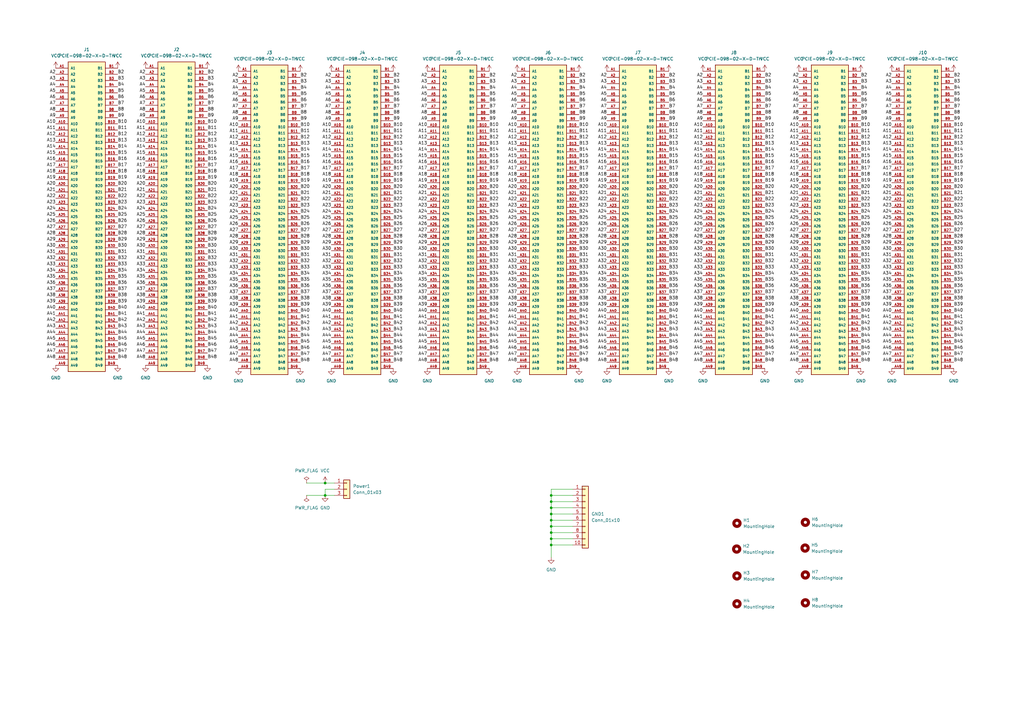
<source format=kicad_sch>
(kicad_sch (version 20230121) (generator eeschema)
  (paper "A3")
  (title_block (title "Manchester Baby Backplane") (rev "1.0"))
  (junction (at 226.06 223.52))
  (junction (at 226.06 213.36))
  (junction (at 226.06 205.74))
  (junction (at 133.35 198.12))
  (junction (at 226.06 203.2))
  (junction (at 226.06 210.82))
  (junction (at 226.06 215.9))
  (junction (at 226.06 218.44))
  (junction (at 133.35 203.2))
  (junction (at 226.06 208.28))
  (junction (at 226.06 220.98))
  (wire (pts (xy 226.06 215.9) (xy 234.95 215.9)))
  (wire (pts (xy 226.06 210.82) (xy 226.06 213.36)))
  (wire (pts (xy 226.06 220.98) (xy 234.95 220.98)))
  (wire (pts (xy 226.06 208.28) (xy 226.06 210.82)))
  (wire (pts (xy 125.73 203.2) (xy 133.35 203.2)))
  (wire (pts (xy 226.06 205.74) (xy 226.06 208.28)))
  (wire (pts (xy 133.35 203.2) (xy 137.16 203.2)))
  (wire (pts (xy 226.06 203.2) (xy 234.95 203.2)))
  (wire (pts (xy 226.06 218.44) (xy 234.95 218.44)))
  (wire (pts (xy 226.06 223.52) (xy 226.06 228.6)))
  (wire (pts (xy 125.73 198.12) (xy 133.35 198.12)))
  (wire (pts (xy 234.95 200.66) (xy 226.06 200.66)))
  (wire (pts (xy 133.35 200.66) (xy 133.35 203.2)))
  (wire (pts (xy 226.06 200.66) (xy 226.06 203.2)))
  (wire (pts (xy 226.06 215.9) (xy 226.06 218.44)))
  (wire (pts (xy 226.06 208.28) (xy 234.95 208.28)))
  (wire (pts (xy 226.06 218.44) (xy 226.06 220.98)))
  (wire (pts (xy 226.06 203.2) (xy 226.06 205.74)))
  (wire (pts (xy 133.35 198.12) (xy 137.16 198.12)))
  (wire (pts (xy 226.06 223.52) (xy 234.95 223.52)))
  (wire (pts (xy 226.06 213.36) (xy 234.95 213.36)))
  (wire (pts (xy 226.06 213.36) (xy 226.06 215.9)))
  (wire (pts (xy 226.06 220.98) (xy 226.06 223.52)))
  (wire (pts (xy 226.06 205.74) (xy 234.95 205.74)))
  (wire (pts (xy 226.06 210.82) (xy 234.95 210.82)))
  (wire (pts (xy 137.16 200.66) (xy 133.35 200.66)))
  (label "B19" (at 123.19 74.93 0))
  (label "A22" (at 288.29 82.55 180))
  (label "A22" (at 212.09 82.55 180))
  (label "A4" (at 135.89 36.83 180))
  (label "A2" (at 288.29 31.75 180))
  (label "A15" (at 59.69 63.5 180))
  (label "A35" (at 365.76 115.57 180))
  (label "A25" (at 365.76 90.17 180))
  (label "B24" (at 85.09 86.36 0))
  (label "B16" (at 85.09 66.04 0))
  (label "A10" (at 175.26 52.07 180))
  (label "B23" (at 123.19 85.09 0))
  (label "A28" (at 22.86 96.52 180))
  (label "B27" (at 200.66 95.25 0))
  (label "B47" (at 353.06 146.05 0))
  (label "A25" (at 327.66 90.17 180))
  (label "B37" (at 161.29 120.65 0))
  (label "B7" (at 353.06 44.45 0))
  (label "A6" (at 212.09 41.91 180))
  (label "B39" (at 313.69 125.73 0))
  (label "B16" (at 48.26 66.04 0))
  (label "B22" (at 237.49 82.55 0))
  (label "B41" (at 313.69 130.81 0))
  (label "A31" (at 288.29 105.41 180))
  (label "B36" (at 123.19 118.11 0))
  (label "B36" (at 85.09 116.84 0))
  (label "B20" (at 161.29 77.47 0))
  (label "A43" (at 212.09 135.89 180))
  (label "B8" (at 313.69 46.99 0))
  (label "A43" (at 22.86 134.62 180))
  (label "B8" (at 200.66 46.99 0))
  (label "B39" (at 274.32 125.73 0))
  (label "B47" (at 391.16 146.05 0))
  (label "B2" (at 161.29 31.75 0))
  (label "A40" (at 135.89 128.27 180))
  (label "B44" (at 313.69 138.43 0))
  (label "B15" (at 123.19 64.77 0))
  (label "B10" (at 274.32 52.07 0))
  (label "B46" (at 48.26 142.24 0))
  (label "A17" (at 135.89 69.85 180))
  (label "B21" (at 353.06 80.01 0))
  (label "B3" (at 123.19 34.29 0))
  (label "A45" (at 288.29 140.97 180))
  (label "A41" (at 59.69 129.54 180))
  (label "A42" (at 97.79 133.35 180))
  (label "B29" (at 391.16 100.33 0))
  (label "A32" (at 248.92 107.95 180))
  (label "A13" (at 22.86 58.42 180))
  (label "A34" (at 59.69 111.76 180))
  (label "B29" (at 123.19 100.33 0))
  (label "B35" (at 391.16 115.57 0))
  (label "A44" (at 212.09 138.43 180))
  (label "A6" (at 327.66 41.91 180))
  (label "B47" (at 274.32 146.05 0))
  (label "A29" (at 59.69 99.06 180))
  (label "B45" (at 123.19 140.97 0))
  (label "A29" (at 288.29 100.33 180))
  (label "B23" (at 200.66 85.09 0))
  (label "B14" (at 200.66 62.23 0))
  (label "B27" (at 85.09 93.98 0))
  (label "B7" (at 274.32 44.45 0))
  (label "B36" (at 200.66 118.11 0))
  (label "B36" (at 237.49 118.11 0))
  (label "A46" (at 365.76 143.51 180))
  (label "A47" (at 248.92 146.05 180))
  (label "B31" (at 353.06 105.41 0))
  (label "B32" (at 161.29 107.95 0))
  (label "A14" (at 59.69 60.96 180))
  (label "A24" (at 327.66 87.63 180))
  (label "B15" (at 274.32 64.77 0))
  (label "B35" (at 237.49 115.57 0))
  (label "A15" (at 248.92 64.77 180))
  (label "B9" (at 200.66 49.53 0))
  (label "A19" (at 22.86 73.66 180))
  (label "B28" (at 313.69 97.79 0))
  (label "B6" (at 274.32 41.91 0))
  (label "B11" (at 200.66 54.61 0))
  (label "A38" (at 97.79 123.19 180))
  (label "B26" (at 200.66 92.71 0))
  (label "A23" (at 288.29 85.09 180))
  (label "A23" (at 22.86 83.82 180))
  (label "A21" (at 288.29 80.01 180))
  (label "A15" (at 22.86 63.5 180))
  (label "A48" (at 97.79 148.59 180))
  (label "B7" (at 48.26 43.18 0))
  (label "A30" (at 327.66 102.87 180))
  (label "A23" (at 365.76 85.09 180))
  (label "B31" (at 85.09 104.14 0))
  (label "A29" (at 327.66 100.33 180))
  (label "B48" (at 200.66 148.59 0))
  (label "A36" (at 327.66 118.11 180))
  (label "B41" (at 85.09 129.54 0))
  (label "A20" (at 248.92 77.47 180))
  (label "B17" (at 274.32 69.85 0))
  (label "A6" (at 22.86 40.64 180))
  (label "A17" (at 327.66 69.85 180))
  (label "B8" (at 391.16 46.99 0))
  (label "A25" (at 22.86 88.9 180))
  (label "A12" (at 135.89 57.15 180))
  (label "A15" (at 175.26 64.77 180))
  (label "A44" (at 175.26 138.43 180))
  (label "A4" (at 59.69 35.56 180))
  (label "A14" (at 135.89 62.23 180))
  (label "A35" (at 212.09 115.57 180))
  (label "B44" (at 237.49 138.43 0))
  (label "B42" (at 391.16 133.35 0))
  (label "B25" (at 85.09 88.9 0))
  (label "A12" (at 288.29 57.15 180))
  (label "B2" (at 123.19 31.75 0))
  (label "A36" (at 22.86 116.84 180))
  (label "A47" (at 175.26 146.05 180))
  (label "B25" (at 391.16 90.17 0))
  (label "B6" (at 353.06 41.91 0))
  (label "B22" (at 274.32 82.55 0))
  (label "A13" (at 59.69 58.42 180))
  (label "B12" (at 274.32 57.15 0))
  (label "B42" (at 48.26 132.08 0))
  (label "B2" (at 313.69 31.75 0))
  (label "B44" (at 161.29 138.43 0))
  (label "A31" (at 175.26 105.41 180))
  (label "A13" (at 365.76 59.69 180))
  (label "B12" (at 48.26 55.88 0))
  (label "A3" (at 97.79 34.29 180))
  (label "A16" (at 365.76 67.31 180))
  (label "A30" (at 212.09 102.87 180))
  (label "B41" (at 353.06 130.81 0))
  (label "A13" (at 97.79 59.69 180))
  (label "A32" (at 288.29 107.95 180))
  (label "B28" (at 274.32 97.79 0))
  (label "B20" (at 313.69 77.47 0))
  (label "A48" (at 365.76 148.59 180))
  (label "A7" (at 135.89 44.45 180))
  (label "A40" (at 22.86 127 180))
  (label "A7" (at 97.79 44.45 180))
  (label "B9" (at 237.49 49.53 0))
  (label "B4" (at 161.29 36.83 0))
  (label "B21" (at 391.16 80.01 0))
  (label "A9" (at 248.92 49.53 180))
  (label "B36" (at 161.29 118.11 0))
  (label "A37" (at 248.92 120.65 180))
  (label "B4" (at 353.06 36.83 0))
  (label "A17" (at 59.69 68.58 180))
  (label "A47" (at 97.79 146.05 180))
  (label "B28" (at 391.16 97.79 0))
  (label "A10" (at 212.09 52.07 180))
  (label "B32" (at 123.19 107.95 0))
  (label "B4" (at 274.32 36.83 0))
  (label "B30" (at 48.26 101.6 0))
  (label "A45" (at 22.86 139.7 180))
  (label "A16" (at 59.69 66.04 180))
  (label "A27" (at 248.92 95.25 180))
  (label "A3" (at 135.89 34.29 180))
  (label "B14" (at 48.26 60.96 0))
  (label "B2" (at 48.26 30.48 0))
  (label "B26" (at 48.26 91.44 0))
  (label "A22" (at 365.76 82.55 180))
  (label "A43" (at 365.76 135.89 180))
  (label "A40" (at 175.26 128.27 180))
  (label "B14" (at 274.32 62.23 0))
  (label "B29" (at 85.09 99.06 0))
  (label "B18" (at 391.16 72.39 0))
  (label "B5" (at 313.69 39.37 0))
  (label "B13" (at 85.09 58.42 0))
  (label "B16" (at 274.32 67.31 0))
  (label "A6" (at 365.76 41.91 180))
  (label "A14" (at 97.79 62.23 180))
  (label "B31" (at 123.19 105.41 0))
  (label "B6" (at 161.29 41.91 0))
  (label "A11" (at 212.09 54.61 180))
  (label "A27" (at 97.79 95.25 180))
  (label "B39" (at 237.49 125.73 0))
  (label "A36" (at 97.79 118.11 180))
  (label "A18" (at 97.79 72.39 180))
  (label "B3" (at 237.49 34.29 0))
  (label "A26" (at 212.09 92.71 180))
  (label "A35" (at 327.66 115.57 180))
  (label "B21" (at 237.49 80.01 0))
  (label "A32" (at 175.26 107.95 180))
  (label "A19" (at 135.89 74.93 180))
  (label "A33" (at 59.69 109.22 180))
  (label "A25" (at 212.09 90.17 180))
  (label "A5" (at 327.66 39.37 180))
  (label "A35" (at 248.92 115.57 180))
  (label "B32" (at 48.26 106.68 0))
  (label "B33" (at 85.09 109.22 0))
  (label "B37" (at 237.49 120.65 0))
  (label "B45" (at 353.06 140.97 0))
  (label "B27" (at 48.26 93.98 0))
  (label "A15" (at 327.66 64.77 180))
  (label "A43" (at 288.29 135.89 180))
  (label "B36" (at 313.69 118.11 0))
  (label "A41" (at 22.86 129.54 180))
  (label "B15" (at 161.29 64.77 0))
  (label "B29" (at 200.66 100.33 0))
  (label "B8" (at 161.29 46.99 0))
  (label "A44" (at 288.29 138.43 180))
  (label "A25" (at 175.26 90.17 180))
  (label "A2" (at 22.86 30.48 180))
  (label "A34" (at 288.29 113.03 180))
  (label "B38" (at 200.66 123.19 0))
  (label "B46" (at 274.32 143.51 0))
  (label "A32" (at 327.66 107.95 180))
  (label "A9" (at 365.76 49.53 180))
  (label "B30" (at 85.09 101.6 0))
  (label "B21" (at 48.26 78.74 0))
  (label "A23" (at 175.26 85.09 180))
  (label "A36" (at 212.09 118.11 180))
  (label "A2" (at 175.26 31.75 180))
  (label "A19" (at 248.92 74.93 180))
  (label "A20" (at 288.29 77.47 180))
  (label "A11" (at 135.89 54.61 180))
  (label "A31" (at 59.69 104.14 180))
  (label "A48" (at 175.26 148.59 180))
  (label "B29" (at 274.32 100.33 0))
  (label "A34" (at 327.66 113.03 180))
  (label "B33" (at 274.32 110.49 0))
  (label "B8" (at 123.19 46.99 0))
  (label "B43" (at 391.16 135.89 0))
  (label "B17" (at 200.66 69.85 0))
  (label "B26" (at 123.19 92.71 0))
  (label "B29" (at 161.29 100.33 0))
  (label "A7" (at 212.09 44.45 180))
  (label "B6" (at 48.26 40.64 0))
  (label "A11" (at 22.86 53.34 180))
  (label "B10" (at 161.29 52.07 0))
  (label "B24" (at 237.49 87.63 0))
  (label "A24" (at 22.86 86.36 180))
  (label "B10" (at 200.66 52.07 0))
  (label "A28" (at 175.26 97.79 180))
  (label "B15" (at 313.69 64.77 0))
  (label "B47" (at 85.09 144.78 0))
  (label "A37" (at 59.69 119.38 180))
  (label "A27" (at 135.89 95.25 180))
  (label "B23" (at 237.49 85.09 0))
  (label "B30" (at 274.32 102.87 0))
  (label "A21" (at 135.89 80.01 180))
  (label "B38" (at 48.26 121.92 0))
  (label "B9" (at 391.16 49.53 0))
  (label "A35" (at 288.29 115.57 180))
  (label "B33" (at 48.26 109.22 0))
  (label "A2" (at 59.69 30.48 180))
  (label "A34" (at 365.76 113.03 180))
  (label "A8" (at 22.86 45.72 180))
  (label "B4" (at 200.66 36.83 0))
  (label "B25" (at 353.06 90.17 0))
  (label "B45" (at 237.49 140.97 0))
  (label "A26" (at 365.76 92.71 180))
  (label "B35" (at 48.26 114.3 0))
  (label "A37" (at 288.29 120.65 180))
  (label "B16" (at 123.19 67.31 0))
  (label "B48" (at 161.29 148.59 0))
  (label "A10" (at 97.79 52.07 180))
  (label "B20" (at 391.16 77.47 0))
  (label "A3" (at 248.92 34.29 180))
  (label "B19" (at 353.06 74.93 0))
  (label "A21" (at 327.66 80.01 180))
  (label "A5" (at 135.89 39.37 180))
  (label "A29" (at 97.79 100.33 180))
  (label "A41" (at 248.92 130.81 180))
  (label "B23" (at 274.32 85.09 0))
  (label "B22" (at 391.16 82.55 0))
  (label "A46" (at 175.26 143.51 180))
  (label "B5" (at 391.16 39.37 0))
  (label "A10" (at 135.89 52.07 180))
  (label "A44" (at 248.92 138.43 180))
  (label "A25" (at 135.89 90.17 180))
  (label "B9" (at 48.26 48.26 0))
  (label "A4" (at 175.26 36.83 180))
  (label "A7" (at 59.69 43.18 180))
  (label "B30" (at 237.49 102.87 0))
  (label "A33" (at 97.79 110.49 180))
  (label "B42" (at 85.09 132.08 0))
  (label "A13" (at 327.66 59.69 180))
  (label "B34" (at 161.29 113.03 0))
  (label "B36" (at 274.32 118.11 0))
  (label "A17" (at 288.29 69.85 180))
  (label "B39" (at 161.29 125.73 0))
  (label "A8" (at 212.09 46.99 180))
  (label "B7" (at 161.29 44.45 0))
  (label "B43" (at 237.49 135.89 0))
  (label "B34" (at 237.49 113.03 0))
  (label "A32" (at 59.69 106.68 180))
  (label "B47" (at 161.29 146.05 0))
  (label "A29" (at 212.09 100.33 180))
  (label "B31" (at 274.32 105.41 0))
  (label "A5" (at 22.86 38.1 180))
  (label "B33" (at 313.69 110.49 0))
  (label "A11" (at 59.69 53.34 180))
  (label "A14" (at 365.76 62.23 180))
  (label "A15" (at 135.89 64.77 180))
  (label "A17" (at 97.79 69.85 180))
  (label "B25" (at 123.19 90.17 0))
  (label "B47" (at 313.69 146.05 0))
  (label "B37" (at 48.26 119.38 0))
  (label "A16" (at 327.66 67.31 180))
  (label "A42" (at 327.66 133.35 180))
  (label "B18" (at 353.06 72.39 0))
  (label "A3" (at 175.26 34.29 180))
  (label "B33" (at 123.19 110.49 0))
  (label "B3" (at 48.26 33.02 0))
  (label "B6" (at 85.09 40.64 0))
  (label "B40" (at 200.66 128.27 0))
  (label "B12" (at 161.29 57.15 0))
  (label "A4" (at 22.86 35.56 180))
  (label "A11" (at 288.29 54.61 180))
  (label "A48" (at 22.86 147.32 180))
  (label "B5" (at 85.09 38.1 0))
  (label "B3" (at 161.29 34.29 0))
  (label "B19" (at 391.16 74.93 0))
  (label "B46" (at 200.66 143.51 0))
  (label "A33" (at 135.89 110.49 180))
  (label "A2" (at 97.79 31.75 180))
  (label "A38" (at 175.26 123.19 180))
  (label "A45" (at 212.09 140.97 180))
  (label "A10" (at 59.69 50.8 180))
  (label "B27" (at 161.29 95.25 0))
  (label "B42" (at 353.06 133.35 0))
  (label "B6" (at 313.69 41.91 0))
  (label "A12" (at 22.86 55.88 180))
  (label "B44" (at 353.06 138.43 0))
  (label "A44" (at 327.66 138.43 180))
  (label "A9" (at 59.69 48.26 180))
  (label "A43" (at 175.26 135.89 180))
  (label "B11" (at 237.49 54.61 0))
  (label "A44" (at 135.89 138.43 180))
  (label "A31" (at 327.66 105.41 180))
  (label "A39" (at 212.09 125.73 180))
  (label "B41" (at 200.66 130.81 0))
  (label "A38" (at 365.76 123.19 180))
  (label "A47" (at 212.09 146.05 180))
  (label "B11" (at 353.06 54.61 0))
  (label "B26" (at 85.09 91.44 0))
  (label "B37" (at 274.32 120.65 0))
  (label "B25" (at 313.69 90.17 0))
  (label "B32" (at 391.16 107.95 0))
  (label "A17" (at 22.86 68.58 180))
  (label "A33" (at 288.29 110.49 180))
  (label "A17" (at 175.26 69.85 180))
  (label "B40" (at 353.06 128.27 0))
  (label "B26" (at 274.32 92.71 0))
  (label "A41" (at 175.26 130.81 180))
  (label "B43" (at 123.19 135.89 0))
  (label "A7" (at 22.86 43.18 180))
  (label "A33" (at 175.26 110.49 180))
  (label "A21" (at 248.92 80.01 180))
  (label "A37" (at 327.66 120.65 180))
  (label "B10" (at 391.16 52.07 0))
  (label "A39" (at 59.69 124.46 180))
  (label "A19" (at 59.69 73.66 180))
  (label "B39" (at 353.06 125.73 0))
  (label "A4" (at 212.09 36.83 180))
  (label "A46" (at 288.29 143.51 180))
  (label "B22" (at 161.29 82.55 0))
  (label "A16" (at 248.92 67.31 180))
  (label "B23" (at 161.29 85.09 0))
  (label "B30" (at 161.29 102.87 0))
  (label "A7" (at 288.29 44.45 180))
  (label "B40" (at 48.26 127 0))
  (label "A28" (at 248.92 97.79 180))
  (label "A43" (at 59.69 134.62 180))
  (label "B19" (at 274.32 74.93 0))
  (label "A21" (at 97.79 80.01 180))
  (label "B14" (at 123.19 62.23 0))
  (label "A41" (at 135.89 130.81 180))
  (label "B11" (at 48.26 53.34 0))
  (label "A19" (at 175.26 74.93 180))
  (label "A14" (at 212.09 62.23 180))
  (label "A33" (at 248.92 110.49 180))
  (label "A39" (at 365.76 125.73 180))
  (label "A24" (at 59.69 86.36 180))
  (label "A8" (at 135.89 46.99 180))
  (label "B45" (at 391.16 140.97 0))
  (label "A37" (at 212.09 120.65 180))
  (label "B32" (at 274.32 107.95 0))
  (label "B42" (at 123.19 133.35 0))
  (label "A2" (at 212.09 31.75 180))
  (label "A42" (at 365.76 133.35 180))
  (label "A15" (at 212.09 64.77 180))
  (label "A9" (at 22.86 48.26 180))
  (label "A8" (at 59.69 45.72 180))
  (label "A9" (at 175.26 49.53 180))
  (label "A24" (at 97.79 87.63 180))
  (label "A46" (at 212.09 143.51 180))
  (label "A22" (at 135.89 82.55 180))
  (label "A27" (at 288.29 95.25 180))
  (label "A21" (at 212.09 80.01 180))
  (label "A5" (at 288.29 39.37 180))
  (label "B46" (at 123.19 143.51 0))
  (label "B38" (at 123.19 123.19 0))
  (label "B9" (at 274.32 49.53 0))
  (label "B33" (at 200.66 110.49 0))
  (label "B30" (at 353.06 102.87 0))
  (label "B26" (at 353.06 92.71 0))
  (label "A40" (at 365.76 128.27 180))
  (label "B29" (at 48.26 99.06 0))
  (label "A17" (at 212.09 69.85 180))
  (label "B2" (at 274.32 31.75 0))
  (label "A7" (at 327.66 44.45 180))
  (label "A42" (at 59.69 132.08 180))
  (label "A5" (at 365.76 39.37 180))
  (label "B8" (at 274.32 46.99 0))
  (label "A42" (at 248.92 133.35 180))
  (label "B10" (at 353.06 52.07 0))
  (label "A36" (at 288.29 118.11 180))
  (label "B4" (at 391.16 36.83 0))
  (label "B14" (at 85.09 60.96 0))
  (label "A40" (at 97.79 128.27 180))
  (label "B46" (at 313.69 143.51 0))
  (label "B35" (at 313.69 115.57 0))
  (label "A45" (at 365.76 140.97 180))
  (label "A45" (at 97.79 140.97 180))
  (label "A48" (at 59.69 147.32 180))
  (label "B22" (at 48.26 81.28 0))
  (label "A27" (at 365.76 95.25 180))
  (label "A41" (at 365.76 130.81 180))
  (label "B10" (at 85.09 50.8 0))
  (label "B38" (at 391.16 123.19 0))
  (label "B48" (at 48.26 147.32 0))
  (label "A30" (at 135.89 102.87 180))
  (label "B19" (at 85.09 73.66 0))
  (label "A35" (at 97.79 115.57 180))
  (label "B35" (at 200.66 115.57 0))
  (label "A5" (at 97.79 39.37 180))
  (label "A46" (at 59.69 142.24 180))
  (label "B6" (at 123.19 41.91 0))
  (label "B46" (at 237.49 143.51 0))
  (label "B44" (at 200.66 138.43 0))
  (label "B24" (at 274.32 87.63 0))
  (label "B36" (at 353.06 118.11 0))
  (label "A10" (at 22.86 50.8 180))
  (label "B32" (at 85.09 106.68 0))
  (label "A20" (at 212.09 77.47 180))
  (label "A47" (at 135.89 146.05 180))
  (label "A27" (at 175.26 95.25 180))
  (label "A12" (at 59.69 55.88 180))
  (label "A22" (at 327.66 82.55 180))
  (label "A9" (at 288.29 49.53 180))
  (label "B24" (at 48.26 86.36 0))
  (label "B14" (at 161.29 62.23 0))
  (label "B4" (at 313.69 36.83 0))
  (label "B8" (at 237.49 46.99 0))
  (label "B22" (at 123.19 82.55 0))
  (label "A37" (at 135.89 120.65 180))
  (label "B35" (at 274.32 115.57 0))
  (label "B38" (at 353.06 123.19 0))
  (label "B18" (at 237.49 72.39 0))
  (label "B23" (at 48.26 83.82 0))
  (label "B20" (at 85.09 76.2 0))
  (label "A19" (at 327.66 74.93 180))
  (label "B24" (at 161.29 87.63 0))
  (label "A11" (at 97.79 54.61 180))
  (label "B38" (at 85.09 121.92 0))
  (label "B36" (at 48.26 116.84 0))
  (label "A19" (at 288.29 74.93 180))
  (label "B13" (at 391.16 59.69 0))
  (label "B42" (at 313.69 133.35 0))
  (label "B12" (at 85.09 55.88 0))
  (label "A3" (at 212.09 34.29 180))
  (label "A32" (at 97.79 107.95 180))
  (label "A43" (at 248.92 135.89 180))
  (label "B38" (at 313.69 123.19 0))
  (label "B44" (at 123.19 138.43 0))
  (label "B34" (at 85.09 111.76 0))
  (label "A5" (at 175.26 39.37 180))
  (label "A45" (at 175.26 140.97 180))
  (label "A41" (at 327.66 130.81 180))
  (label "A24" (at 288.29 87.63 180))
  (label "B43" (at 313.69 135.89 0))
  (label "B16" (at 200.66 67.31 0))
  (label "B16" (at 353.06 67.31 0))
  (label "A28" (at 135.89 97.79 180))
  (label "B17" (at 85.09 68.58 0))
  (label "B32" (at 353.06 107.95 0))
  (label "A27" (at 212.09 95.25 180))
  (label "B42" (at 161.29 133.35 0))
  (label "B20" (at 353.06 77.47 0))
  (label "A31" (at 135.89 105.41 180))
  (label "A35" (at 59.69 114.3 180))
  (label "A18" (at 327.66 72.39 180))
  (label "B8" (at 353.06 46.99 0))
  (label "A46" (at 97.79 143.51 180))
  (label "B14" (at 391.16 62.23 0))
  (label "A33" (at 212.09 110.49 180))
  (label "A44" (at 59.69 137.16 180))
  (label "B28" (at 85.09 96.52 0))
  (label "B46" (at 85.09 142.24 0))
  (label "B30" (at 391.16 102.87 0))
  (label "B4" (at 123.19 36.83 0))
  (label "B11" (at 313.69 54.61 0))
  (label "A2" (at 248.92 31.75 180))
  (label "B4" (at 85.09 35.56 0))
  (label "A25" (at 248.92 90.17 180))
  (label "B33" (at 391.16 110.49 0))
  (label "B15" (at 353.06 64.77 0))
  (label "B27" (at 274.32 95.25 0))
  (label "B25" (at 161.29 90.17 0))
  (label "A24" (at 175.26 87.63 180))
  (label "A46" (at 327.66 143.51 180))
  (label "A30" (at 248.92 102.87 180))
  (label "A8" (at 97.79 46.99 180))
  (label "B26" (at 237.49 92.71 0))
  (label "B30" (at 123.19 102.87 0))
  (label "A15" (at 288.29 64.77 180))
  (label "A18" (at 175.26 72.39 180))
  (label "B18" (at 200.66 72.39 0))
  (label "B3" (at 313.69 34.29 0))
  (label "A41" (at 97.79 130.81 180))
  (label "B45" (at 48.26 139.7 0))
  (label "B21" (at 123.19 80.01 0))
  (label "B17" (at 353.06 69.85 0))
  (label "B7" (at 85.09 43.18 0))
  (label "B24" (at 391.16 87.63 0))
  (label "A32" (at 22.86 106.68 180))
  (label "B5" (at 200.66 39.37 0))
  (label "A29" (at 365.76 100.33 180))
  (label "B47" (at 123.19 146.05 0))
  (label "A18" (at 212.09 72.39 180))
  (label "B43" (at 274.32 135.89 0))
  (label "B47" (at 237.49 146.05 0))
  (label "B7" (at 200.66 44.45 0))
  (label "A13" (at 212.09 59.69 180))
  (label "B13" (at 353.06 59.69 0))
  (label "B37" (at 123.19 120.65 0))
  (label "B41" (at 237.49 130.81 0))
  (label "A46" (at 248.92 143.51 180))
  (label "A39" (at 248.92 125.73 180))
  (label "B13" (at 161.29 59.69 0))
  (label "B37" (at 391.16 120.65 0))
  (label "B34" (at 313.69 113.03 0))
  (label "A43" (at 97.79 135.89 180))
  (label "B18" (at 274.32 72.39 0))
  (label "B29" (at 353.06 100.33 0))
  (label "A47" (at 365.76 146.05 180))
  (label "A23" (at 212.09 85.09 180))
  (label "B41" (at 123.19 130.81 0))
  (label "A35" (at 135.89 115.57 180))
  (label "B5" (at 237.49 39.37 0))
  (label "A4" (at 288.29 36.83 180))
  (label "A30" (at 22.86 101.6 180))
  (label "B25" (at 200.66 90.17 0))
  (label "B34" (at 200.66 113.03 0))
  (label "B18" (at 85.09 71.12 0))
  (label "B12" (at 353.06 57.15 0))
  (label "A22" (at 175.26 82.55 180))
  (label "B35" (at 85.09 114.3 0))
  (label "B5" (at 48.26 38.1 0))
  (label "B19" (at 237.49 74.93 0))
  (label "A22" (at 59.69 81.28 180))
  (label "A4" (at 365.76 36.83 180))
  (label "A18" (at 22.86 71.12 180))
  (label "A18" (at 288.29 72.39 180))
  (label "B29" (at 237.49 100.33 0))
  (label "B27" (at 313.69 95.25 0))
  (label "A47" (at 22.86 144.78 180))
  (label "A37" (at 175.26 120.65 180))
  (label "A9" (at 97.79 49.53 180))
  (label "B2" (at 85.09 30.48 0))
  (label "A28" (at 212.09 97.79 180))
  (label "B12" (at 200.66 57.15 0))
  (label "A20" (at 327.66 77.47 180))
  (label "B48" (at 85.09 147.32 0))
  (label "B48" (at 391.16 148.59 0))
  (label "B20" (at 237.49 77.47 0))
  (label "B17" (at 123.19 69.85 0))
  (label "B48" (at 237.49 148.59 0))
  (label "B30" (at 200.66 102.87 0))
  (label "B41" (at 161.29 130.81 0))
  (label "B27" (at 123.19 95.25 0))
  (label "B39" (at 48.26 124.46 0))
  (label "B2" (at 391.16 31.75 0))
  (label "A20" (at 135.89 77.47 180))
  (label "B20" (at 123.19 77.47 0))
  (label "B19" (at 313.69 74.93 0))
  (label "A38" (at 22.86 121.92 180))
  (label "B25" (at 237.49 90.17 0))
  (label "B13" (at 48.26 58.42 0))
  (label "A36" (at 59.69 116.84 180))
  (label "A16" (at 175.26 67.31 180))
  (label "A24" (at 135.89 87.63 180))
  (label "A22" (at 97.79 82.55 180))
  (label "A34" (at 212.09 113.03 180))
  (label "B35" (at 353.06 115.57 0))
  (label "B42" (at 274.32 133.35 0))
  (label "B31" (at 161.29 105.41 0))
  (label "A18" (at 248.92 72.39 180))
  (label "B34" (at 391.16 113.03 0))
  (label "B11" (at 85.09 53.34 0))
  (label "A2" (at 327.66 31.75 180))
  (label "B45" (at 161.29 140.97 0))
  (label "B46" (at 161.29 143.51 0))
  (label "B9" (at 161.29 49.53 0))
  (label "A46" (at 135.89 143.51 180))
  (label "A20" (at 175.26 77.47 180))
  (label "B12" (at 391.16 57.15 0))
  (label "A14" (at 22.86 60.96 180))
  (label "A40" (at 327.66 128.27 180))
  (label "B25" (at 48.26 88.9 0))
  (label "A26" (at 288.29 92.71 180))
  (label "A6" (at 135.89 41.91 180))
  (label "B33" (at 353.06 110.49 0))
  (label "B32" (at 237.49 107.95 0))
  (label "A39" (at 22.86 124.46 180))
  (label "B9" (at 85.09 48.26 0))
  (label "B10" (at 237.49 52.07 0))
  (label "B42" (at 237.49 133.35 0))
  (label "A33" (at 327.66 110.49 180))
  (label "B15" (at 200.66 64.77 0))
  (label "B21" (at 85.09 78.74 0))
  (label "A19" (at 97.79 74.93 180))
  (label "B18" (at 123.19 72.39 0))
  (label "A36" (at 248.92 118.11 180))
  (label "A12" (at 365.76 57.15 180))
  (label "A47" (at 327.66 146.05 180))
  (label "B40" (at 391.16 128.27 0))
  (label "A36" (at 365.76 118.11 180))
  (label "B7" (at 313.69 44.45 0))
  (label "A14" (at 175.26 62.23 180))
  (label "B26" (at 313.69 92.71 0))
  (label "A13" (at 135.89 59.69 180))
  (label "A25" (at 59.69 88.9 180))
  (label "A34" (at 248.92 113.03 180))
  (label "A5" (at 248.92 39.37 180))
  (label "A34" (at 22.86 111.76 180))
  (label "A31" (at 248.92 105.41 180))
  (label "A36" (at 175.26 118.11 180))
  (label "B31" (at 313.69 105.41 0))
  (label "A28" (at 288.29 97.79 180))
  (label "A7" (at 175.26 44.45 180))
  (label "B7" (at 391.16 44.45 0))
  (label "A8" (at 327.66 46.99 180))
  (label "B38" (at 237.49 123.19 0))
  (label "A26" (at 135.89 92.71 180))
  (label "B23" (at 85.09 83.82 0))
  (label "B18" (at 161.29 72.39 0))
  (label "A22" (at 248.92 82.55 180))
  (label "A6" (at 59.69 40.64 180))
  (label "B7" (at 237.49 44.45 0))
  (label "B23" (at 313.69 85.09 0))
  (label "A34" (at 135.89 113.03 180))
  (label "B12" (at 123.19 57.15 0))
  (label "A42" (at 288.29 133.35 180))
  (label "A30" (at 288.29 102.87 180))
  (label "B28" (at 161.29 97.79 0))
  (label "A7" (at 248.92 44.45 180))
  (label "A4" (at 97.79 36.83 180))
  (label "A20" (at 97.79 77.47 180))
  (label "A16" (at 212.09 67.31 180))
  (label "A39" (at 288.29 125.73 180))
  (label "A28" (at 97.79 97.79 180))
  (label "B43" (at 353.06 135.89 0))
  (label "A44" (at 22.86 137.16 180))
  (label "B3" (at 85.09 33.02 0))
  (label "A48" (at 135.89 148.59 180))
  (label "B12" (at 313.69 57.15 0))
  (label "B48" (at 353.06 148.59 0))
  (label "B45" (at 313.69 140.97 0))
  (label "A38" (at 212.09 123.19 180))
  (label "A31" (at 22.86 104.14 180))
  (label "B42" (at 200.66 133.35 0))
  (label "A6" (at 288.29 41.91 180))
  (label "A15" (at 365.76 64.77 180))
  (label "A3" (at 59.69 33.02 180))
  (label "A17" (at 365.76 69.85 180))
  (label "A29" (at 175.26 100.33 180))
  (label "B11" (at 391.16 54.61 0))
  (label "B14" (at 313.69 62.23 0))
  (label "B27" (at 353.06 95.25 0))
  (label "B28" (at 123.19 97.79 0))
  (label "A11" (at 327.66 54.61 180))
  (label "A32" (at 212.09 107.95 180))
  (label "B15" (at 48.26 63.5 0))
  (label "B20" (at 48.26 76.2 0))
  (label "A38" (at 288.29 123.19 180))
  (label "A33" (at 22.86 109.22 180))
  (label "B25" (at 274.32 90.17 0))
  (label "B9" (at 313.69 49.53 0))
  (label "B11" (at 161.29 54.61 0))
  (label "A31" (at 97.79 105.41 180))
  (label "B16" (at 313.69 67.31 0))
  (label "B10" (at 48.26 50.8 0))
  (label "A3" (at 327.66 34.29 180))
  (label "B22" (at 85.09 81.28 0))
  (label "A37" (at 365.76 120.65 180))
  (label "A2" (at 135.89 31.75 180))
  (label "B48" (at 123.19 148.59 0))
  (label "B3" (at 391.16 34.29 0))
  (label "A18" (at 135.89 72.39 180))
  (label "B47" (at 200.66 146.05 0))
  (label "A33" (at 365.76 110.49 180))
  (label "A26" (at 22.86 91.44 180))
  (label "A13" (at 175.26 59.69 180))
  (label "B40" (at 161.29 128.27 0))
  (label "A21" (at 59.69 78.74 180))
  (label "A47" (at 59.69 144.78 180))
  (label "B6" (at 200.66 41.91 0))
  (label "A14" (at 288.29 62.23 180))
  (label "B26" (at 391.16 92.71 0))
  (label "B40" (at 123.19 128.27 0))
  (label "A21" (at 175.26 80.01 180))
  (label "B41" (at 391.16 130.81 0))
  (label "B5" (at 161.29 39.37 0))
  (label "A20" (at 59.69 76.2 180))
  (label "B46" (at 353.06 143.51 0))
  (label "B21" (at 161.29 80.01 0))
  (label "A45" (at 59.69 139.7 180))
  (label "B6" (at 391.16 41.91 0))
  (label "A16" (at 135.89 67.31 180))
  (label "A25" (at 97.79 90.17 180))
  (label "A24" (at 212.09 87.63 180))
  (label "A41" (at 212.09 130.81 180))
  (label "B44" (at 274.32 138.43 0))
  (label "B24" (at 353.06 87.63 0))
  (label "B27" (at 391.16 95.25 0))
  (label "B41" (at 274.32 130.81 0))
  (label "B39" (at 200.66 125.73 0))
  (label "B24" (at 313.69 87.63 0))
  (label "A16" (at 288.29 67.31 180))
  (label "B9" (at 353.06 49.53 0))
  (label "B48" (at 313.69 148.59 0))
  (label "A24" (at 248.92 87.63 180))
  (label "B21" (at 313.69 80.01 0))
  (label "B17" (at 237.49 69.85 0))
  (label "B5" (at 123.19 39.37 0))
  (label "B7" (at 123.19 44.45 0))
  (label "B32" (at 200.66 107.95 0))
  (label "B48" (at 274.32 148.59 0))
  (label "A5" (at 212.09 39.37 180))
  (label "B24" (at 200.66 87.63 0))
  (label "A27" (at 59.69 93.98 180))
  (label "A27" (at 327.66 95.25 180))
  (label "A4" (at 248.92 36.83 180))
  (label "B22" (at 313.69 82.55 0))
  (label "B14" (at 353.06 62.23 0))
  (label "A10" (at 248.92 52.07 180))
  (label "B44" (at 48.26 137.16 0))
  (label "B19" (at 161.29 74.93 0))
  (label "B10" (at 313.69 52.07 0))
  (label "A26" (at 175.26 92.71 180))
  (label "A46" (at 22.86 142.24 180))
  (label "B23" (at 353.06 85.09 0))
  (label "A7" (at 365.76 44.45 180))
  (label "A37" (at 22.86 119.38 180))
  (label "A28" (at 365.76 97.79 180))
  (label "A6" (at 175.26 41.91 180))
  (label "B16" (at 237.49 67.31 0))
  (label "B13" (at 274.32 59.69 0))
  (label "A36" (at 135.89 118.11 180))
  (label "A40" (at 288.29 128.27 180))
  (label "A38" (at 135.89 123.19 180))
  (label "B43" (at 85.09 134.62 0))
  (label "A10" (at 288.29 52.07 180))
  (label "A44" (at 97.79 138.43 180))
  (label "A8" (at 365.76 46.99 180))
  (label "A38" (at 327.66 123.19 180))
  (label "B2" (at 237.49 31.75 0))
  (label "B34" (at 274.32 113.03 0))
  (label "A23" (at 248.92 85.09 180))
  (label "A21" (at 22.86 78.74 180))
  (label "B17" (at 161.29 69.85 0))
  (label "A10" (at 365.76 52.07 180))
  (label "A8" (at 248.92 46.99 180))
  (label "B18" (at 48.26 71.12 0))
  (label "A34" (at 97.79 113.03 180))
  (label "B40" (at 274.32 128.27 0))
  (label "B3" (at 353.06 34.29 0))
  (label "B40" (at 85.09 127 0))
  (label "A43" (at 135.89 135.89 180))
  (label "B35" (at 123.19 115.57 0))
  (label "B16" (at 391.16 67.31 0))
  (label "B36" (at 391.16 118.11 0))
  (label "B20" (at 274.32 77.47 0))
  (label "B43" (at 161.29 135.89 0))
  (label "A14" (at 327.66 62.23 180))
  (label "A23" (at 97.79 85.09 180))
  (label "B32" (at 313.69 107.95 0))
  (label "A40" (at 59.69 127 180))
  (label "A45" (at 327.66 140.97 180))
  (label "B14" (at 237.49 62.23 0))
  (label "B34" (at 353.06 113.03 0))
  (label "B26" (at 161.29 92.71 0))
  (label "A29" (at 22.86 99.06 180))
  (label "A4" (at 327.66 36.83 180))
  (label "A48" (at 288.29 148.59 180))
  (label "A12" (at 327.66 57.15 180))
  (label "A42" (at 175.26 133.35 180))
  (label "A30" (at 59.69 101.6 180))
  (label "B18" (at 313.69 72.39 0))
  (label "B11" (at 274.32 54.61 0))
  (label "B39" (at 391.16 125.73 0))
  (label "B13" (at 123.19 59.69 0))
  (label "A42" (at 135.89 133.35 180))
  (label "B28" (at 200.66 97.79 0))
  (label "A3" (at 365.76 34.29 180))
  (label "B3" (at 274.32 34.29 0))
  (label "B17" (at 391.16 69.85 0))
  (label "A42" (at 212.09 133.35 180))
  (label "B37" (at 85.09 119.38 0))
  (label "A21" (at 365.76 80.01 180))
  (label "B24" (at 123.19 87.63 0))
  (label "A37" (at 97.79 120.65 180))
  (label "B38" (at 274.32 123.19 0))
  (label "A8" (at 175.26 46.99 180))
  (label "B27" (at 237.49 95.25 0))
  (label "A3" (at 288.29 34.29 180))
  (label "A12" (at 97.79 57.15 180))
  (label "B21" (at 274.32 80.01 0))
  (label "B39" (at 85.09 124.46 0))
  (label "B6" (at 237.49 41.91 0))
  (label "B8" (at 48.26 45.72 0))
  (label "B2" (at 200.66 31.75 0))
  (label "B13" (at 200.66 59.69 0))
  (label "A48" (at 212.09 148.59 180))
  (label "A18" (at 59.69 71.12 180))
  (label "B43" (at 48.26 134.62 0))
  (label "A12" (at 212.09 57.15 180))
  (label "A32" (at 135.89 107.95 180))
  (label "B33" (at 161.29 110.49 0))
  (label "A11" (at 248.92 54.61 180))
  (label "B3" (at 200.66 34.29 0))
  (label "A35" (at 175.26 115.57 180))
  (label "B12" (at 237.49 57.15 0))
  (label "B37" (at 313.69 120.65 0))
  (label "A34" (at 175.26 113.03 180))
  (label "B45" (at 200.66 140.97 0))
  (label "A48" (at 327.66 148.59 180))
  (label "A40" (at 248.92 128.27 180))
  (label "A40" (at 212.09 128.27 180))
  (label "B5" (at 274.32 39.37 0))
  (label "B22" (at 353.06 82.55 0))
  (label "A8" (at 288.29 46.99 180))
  (label "A28" (at 327.66 97.79 180))
  (label "B34" (at 48.26 111.76 0))
  (label "A32" (at 365.76 107.95 180))
  (label "B19" (at 200.66 74.93 0))
  (label "B30" (at 313.69 102.87 0))
  (label "B15" (at 85.09 63.5 0))
  (label "B45" (at 85.09 139.7 0))
  (label "B10" (at 123.19 52.07 0))
  (label "A27" (at 22.86 93.98 180))
  (label "A13" (at 248.92 59.69 180))
  (label "B31" (at 391.16 105.41 0))
  (label "B9" (at 123.19 49.53 0))
  (label "B38" (at 161.29 123.19 0))
  (label "B37" (at 200.66 120.65 0))
  (label "B41" (at 48.26 129.54 0))
  (label "A23" (at 135.89 85.09 180))
  (label "A5" (at 59.69 38.1 180))
  (label "B44" (at 391.16 138.43 0))
  (label "B17" (at 313.69 69.85 0))
  (label "A11" (at 365.76 54.61 180))
  (label "A38" (at 59.69 121.92 180))
  (label "A23" (at 59.69 83.82 180))
  (label "B13" (at 313.69 59.69 0))
  (label "B45" (at 274.32 140.97 0))
  (label "A42" (at 22.86 132.08 180))
  (label "B11" (at 123.19 54.61 0))
  (label "A44" (at 365.76 138.43 180))
  (label "A22" (at 22.86 81.28 180))
  (label "A47" (at 288.29 146.05 180))
  (label "B29" (at 313.69 100.33 0))
  (label "A45" (at 248.92 140.97 180))
  (label "B5" (at 353.06 39.37 0))
  (label "B28" (at 237.49 97.79 0))
  (label "B33" (at 237.49 110.49 0))
  (label "B4" (at 48.26 35.56 0))
  (label "A39" (at 97.79 125.73 180))
  (label "B21" (at 200.66 80.01 0))
  (label "A9" (at 327.66 49.53 180))
  (label "A41" (at 288.29 130.81 180))
  (label "B22" (at 200.66 82.55 0))
  (label "B23" (at 391.16 85.09 0))
  (label "A12" (at 248.92 57.15 180))
  (label "A43" (at 327.66 135.89 180))
  (label "A30" (at 97.79 102.87 180))
  (label "B4" (at 237.49 36.83 0))
  (label "A31" (at 212.09 105.41 180))
  (label "B31" (at 200.66 105.41 0))
  (label "B15" (at 237.49 64.77 0))
  (label "B2" (at 353.06 31.75 0))
  (label "A26" (at 59.69 91.44 180))
  (label "A24" (at 365.76 87.63 180))
  (label "B39" (at 123.19 125.73 0))
  (label "A2" (at 365.76 31.75 180))
  (label "B8" (at 85.09 45.72 0))
  (label "A31" (at 365.76 105.41 180))
  (label "B35" (at 161.29 115.57 0))
  (label "A19" (at 365.76 74.93 180))
  (label "B47" (at 48.26 144.78 0))
  (label "A6" (at 248.92 41.91 180))
  (label "B15" (at 391.16 64.77 0))
  (label "A38" (at 248.92 123.19 180))
  (label "A14" (at 248.92 62.23 180))
  (label "A20" (at 365.76 77.47 180))
  (label "A9" (at 212.09 49.53 180))
  (label "B40" (at 237.49 128.27 0))
  (label "A30" (at 365.76 102.87 180))
  (label "B44" (at 85.09 137.16 0))
  (label "B34" (at 123.19 113.03 0))
  (label "B37" (at 353.06 120.65 0))
  (label "A16" (at 97.79 67.31 180))
  (label "B13" (at 237.49 59.69 0))
  (label "A28" (at 59.69 96.52 180))
  (label "A26" (at 248.92 92.71 180))
  (label "A13" (at 288.29 59.69 180))
  (label "A17" (at 248.92 69.85 180))
  (label "A12" (at 175.26 57.15 180))
  (label "B31" (at 48.26 104.14 0))
  (label "A16" (at 22.86 66.04 180))
  (label "A39" (at 175.26 125.73 180))
  (label "A26" (at 97.79 92.71 180))
  (label "A23" (at 327.66 85.09 180))
  (label "B16" (at 161.29 67.31 0))
  (label "A6" (at 97.79 41.91 180))
  (label "B20" (at 200.66 77.47 0))
  (label "B31" (at 237.49 105.41 0))
  (label "A35" (at 22.86 114.3 180))
  (label "A26" (at 327.66 92.71 180))
  (label "A19" (at 212.09 74.93 180))
  (label "A39" (at 327.66 125.73 180))
  (label "B19" (at 48.26 73.66 0))
  (label "A11" (at 175.26 54.61 180))
  (label "B40" (at 313.69 128.27 0))
  (label "A3" (at 22.86 33.02 180))
  (label "A39" (at 135.89 125.73 180))
  (label "A10" (at 327.66 52.07 180))
  (label "B28" (at 353.06 97.79 0))
  (label "A29" (at 135.89 100.33 180))
  (label "B17" (at 48.26 68.58 0))
  (label "A9" (at 135.89 49.53 180))
  (label "B43" (at 200.66 135.89 0))
  (label "A45" (at 135.89 140.97 180))
  (label "A30" (at 175.26 102.87 180))
  (label "A29" (at 248.92 100.33 180))
  (label "A48" (at 248.92 148.59 180))
  (label "B28" (at 48.26 96.52 0))
  (label "B46" (at 391.16 143.51 0))
  (label "A15" (at 97.79 64.77 180))
  (label "A25" (at 288.29 90.17 180))
  (label "A18" (at 365.76 72.39 180))
  (label "A20" (at 22.86 76.2 180))
  (symbol (lib_id "Mechanical:MountingHole") (at 330.2 224.79 0) (unit 1)
    (property "Reference" "H5" (at 332.74 223.52 0) (effects (justify left)))
    (property "Value" "MountingHole" (at 332.74 226.06 0) (effects (justify left)))
    (property "Footprint" "MountingHole:MountingHole_3.2mm_M3" (effects hide))
  )
  (symbol (lib_id "power:GND") (at 175.26 151.13 0) (unit 1)
    (property "Reference" "#PWR031" (effects hide))
    (property "Value" "GND" (at 175.26 156.21 0))
  )
  (symbol (lib_id "power:PWR_FLAG") (at 125.73 198.12 0) (unit 1)
    (property "Reference" "#FLG01" (effects hide))
    (property "Value" "PWR_FLAG" (at 125.73 193.04 0))
  )
  (symbol (lib_id "power:VCC") (at 135.89 29.21 0) (unit 1)
    (property "Reference" "#PWR09" (effects hide))
    (property "Value" "VCC" (at 135.89 24.13 0))
  )
  (symbol (lib_id "Mechanical:MountingHole") (at 302.1438 225.1912 0) (unit 1)
    (property "Reference" "H2" (at 304.6838 223.9212 0) (effects (justify left)))
    (property "Value" "MountingHole" (at 304.6838 226.4612 0) (effects (justify left)))
    (property "Footprint" "MountingHole:MountingHole_3.2mm_M3" (effects hide))
  )
  (symbol (lib_id "power:GND") (at 59.69 149.86 0) (unit 1)
    (property "Reference" "#PWR025" (effects hide))
    (property "Value" "GND" (at 59.69 154.94 0))
  )
  (symbol (lib_id "power:VCC") (at 313.69 29.21 0) (unit 1)
    (property "Reference" "#PWR018" (effects hide))
    (property "Value" "VCC" (at 313.69 24.13 0))
  )
  (symbol (lib_id "Mechanical:MountingHole") (at 302.26 236.22 0) (unit 1)
    (property "Reference" "H3" (at 304.8 234.95 0) (effects (justify left)))
    (property "Value" "MountingHole" (at 304.8 237.49 0) (effects (justify left)))
    (property "Footprint" "MountingHole:MountingHole_3.2mm_M3" (effects hide))
  )
  (symbol (lib_id "PCIE-098-02-X-D-TH:PCIE-098-02-X-D-TH") (at 148.59 90.17 0) (unit 1)
    (property "Reference" "J4" (at 148.59 21.59 0))
    (property "Value" "PCIE-098-02-X-D-TH" (at 148.59 24.13 0))
    (property "Footprint" "SAM9745-ND (PCIe 98 Positions):SAMTEC_PCIE-098-02-X-D-TH" (effects hide))
    (property "PARTREV" "D" (effects hide))
    (property "STANDARD" "Manufacturer Recommendations" (effects hide))
    (property "MAXIMUM_PACKAGE_HEIGHT" "11.38mm" (effects hide))
    (property "MANUFACTURER" "Samtec Inc" (effects hide))
  )
  (symbol (lib_id "power:VCC") (at 133.35 198.12 0) (unit 1)
    (property "Reference" "#PWR01" (effects hide))
    (property "Value" "VCC" (at 133.35 193.04 0))
  )
  (symbol (lib_id "power:GND") (at 133.35 203.2 0) (unit 1)
    (property "Reference" "#PWR02" (effects hide))
    (property "Value" "GND" (at 133.35 208.28 0))
  )
  (symbol (lib_id "Mechanical:MountingHole") (at 330.3162 214.2288 0) (unit 1)
    (property "Reference" "H6" (at 332.8562 212.9588 0) (effects (justify left)))
    (property "Value" "MountingHole" (at 332.8562 215.4988 0) (effects (justify left)))
    (property "Footprint" "MountingHole:MountingHole_3.2mm_M3" (effects hide))
  )
  (symbol (lib_id "PCIE-098-02-X-D-TH:PCIE-098-02-X-D-TH") (at 224.79 90.17 0) (unit 1)
    (property "Reference" "J6" (at 224.79 21.59 0))
    (property "Value" "PCIE-098-02-X-D-TH" (at 224.79 24.13 0))
    (property "Footprint" "SAM9745-ND (PCIe 98 Positions):SAMTEC_PCIE-098-02-X-D-TH" (effects hide))
    (property "PARTREV" "D" (effects hide))
    (property "STANDARD" "Manufacturer Recommendations" (effects hide))
    (property "MAXIMUM_PACKAGE_HEIGHT" "11.38mm" (effects hide))
    (property "MANUFACTURER" "Samtec Inc" (effects hide))
  )
  (symbol (lib_id "power:GND") (at 123.19 151.13 0) (unit 1)
    (property "Reference" "#PWR028" (effects hide))
    (property "Value" "GND" (at 123.19 156.21 0))
  )
  (symbol (lib_id "power:VCC") (at 353.06 29.21 0) (unit 1)
    (property "Reference" "#PWR020" (effects hide))
    (property "Value" "VCC" (at 353.06 24.13 0))
  )
  (symbol (lib_id "power:VCC") (at 200.66 29.21 0) (unit 1)
    (property "Reference" "#PWR012" (effects hide))
    (property "Value" "VCC" (at 200.66 24.13 0))
  )
  (symbol (lib_id "power:VCC") (at 391.16 29.21 0) (unit 1)
    (property "Reference" "#PWR022" (effects hide))
    (property "Value" "VCC" (at 391.16 24.13 0))
  )
  (symbol (lib_id "power:VCC") (at 161.29 29.21 0) (unit 1)
    (property "Reference" "#PWR010" (effects hide))
    (property "Value" "VCC" (at 161.29 24.13 0))
  )
  (symbol (lib_id "PCIE-098-02-X-D-TH:PCIE-098-02-X-D-TH") (at 35.56 88.9 0) (unit 1)
    (property "Reference" "J1" (at 35.56 20.32 0))
    (property "Value" "PCIE-098-02-X-D-TH" (at 35.56 22.86 0))
    (property "Footprint" "SAM9745-ND (PCIe 98 Positions):SAMTEC_PCIE-098-02-X-D-TH" (effects hide))
    (property "PARTREV" "D" (effects hide))
    (property "STANDARD" "Manufacturer Recommendations" (effects hide))
    (property "MAXIMUM_PACKAGE_HEIGHT" "11.38mm" (effects hide))
    (property "MANUFACTURER" "Samtec Inc" (effects hide))
  )
  (symbol (lib_id "power:GND") (at 226.06 228.6 0) (unit 1)
    (property "Reference" "#PWR043" (effects hide))
    (property "Value" "GND" (at 226.06 233.68 0))
  )
  (symbol (lib_id "power:GND") (at 200.66 151.13 0) (unit 1)
    (property "Reference" "#PWR032" (effects hide))
    (property "Value" "GND" (at 200.66 156.21 0))
  )
  (symbol (lib_id "power:GND") (at 97.79 151.13 0) (unit 1)
    (property "Reference" "#PWR027" (effects hide))
    (property "Value" "GND" (at 97.79 156.21 0))
  )
  (symbol (lib_id "Connector_Generic:Conn_01x10") (at 240.03 210.82 0) (unit 1)
    (property "Reference" "GND1" (at 242.57 210.82 0) (effects (justify left)))
    (property "Value" "Conn_01x10" (at 242.57 213.36 0) (effects (justify left)))
    (property "Footprint" "Connector_PinSocket_2.54mm:PinSocket_1x10_P2.54mm_Vertical" (effects hide))
  )
  (symbol (lib_id "power:VCC") (at 327.66 29.21 0) (unit 1)
    (property "Reference" "#PWR019" (effects hide))
    (property "Value" "VCC" (at 327.66 24.13 0))
  )
  (symbol (lib_id "power:VCC") (at 97.79 29.21 0) (unit 1)
    (property "Reference" "#PWR07" (effects hide))
    (property "Value" "VCC" (at 97.79 24.13 0))
  )
  (symbol (lib_id "Connector_Generic:Conn_01x03") (at 142.24 200.66 0) (unit 1)
    (property "Reference" "Power1" (at 144.78 199.39 0) (effects (justify left)))
    (property "Value" "Conn_01x03" (at 144.78 201.93 0) (effects (justify left)))
    (property "Footprint" "Connector_PinSocket_2.54mm:PinSocket_1x03_P2.54mm_Vertical" (effects hide))
  )
  (symbol (lib_id "power:VCC") (at 175.26 29.21 0) (unit 1)
    (property "Reference" "#PWR011" (effects hide))
    (property "Value" "VCC" (at 175.26 24.13 0))
  )
  (symbol (lib_id "PCIE-098-02-X-D-TH:PCIE-098-02-X-D-TH") (at 300.99 90.17 0) (unit 1)
    (property "Reference" "J8" (at 300.99 21.59 0))
    (property "Value" "PCIE-098-02-X-D-TH" (at 300.99 24.13 0))
    (property "Footprint" "SAM9745-ND (PCIe 98 Positions):SAMTEC_PCIE-098-02-X-D-TH" (effects hide))
    (property "PARTREV" "D" (effects hide))
    (property "STANDARD" "Manufacturer Recommendations" (effects hide))
    (property "MAXIMUM_PACKAGE_HEIGHT" "11.38mm" (effects hide))
    (property "MANUFACTURER" "Samtec Inc" (effects hide))
  )
  (symbol (lib_id "power:VCC") (at 212.09 29.21 0) (unit 1)
    (property "Reference" "#PWR013" (effects hide))
    (property "Value" "VCC" (at 212.09 24.13 0))
  )
  (symbol (lib_id "power:VCC") (at 48.26 27.94 0) (unit 1)
    (property "Reference" "#PWR04" (effects hide))
    (property "Value" "VCC" (at 48.26 22.86 0))
  )
  (symbol (lib_id "power:GND") (at 212.09 151.13 0) (unit 1)
    (property "Reference" "#PWR033" (effects hide))
    (property "Value" "GND" (at 212.09 156.21 0))
  )
  (symbol (lib_id "power:GND") (at 161.29 151.13 0) (unit 1)
    (property "Reference" "#PWR030" (effects hide))
    (property "Value" "GND" (at 161.29 156.21 0))
  )
  (symbol (lib_id "power:VCC") (at 248.92 29.21 0) (unit 1)
    (property "Reference" "#PWR015" (effects hide))
    (property "Value" "VCC" (at 248.92 24.13 0))
  )
  (symbol (lib_id "power:GND") (at 274.32 151.13 0) (unit 1)
    (property "Reference" "#PWR036" (effects hide))
    (property "Value" "GND" (at 274.32 156.21 0))
  )
  (symbol (lib_id "power:GND") (at 48.26 149.86 0) (unit 1)
    (property "Reference" "#PWR024" (effects hide))
    (property "Value" "GND" (at 48.26 154.94 0))
  )
  (symbol (lib_id "PCIE-098-02-X-D-TH:PCIE-098-02-X-D-TH") (at 72.39 88.9 0) (unit 1)
    (property "Reference" "J2" (at 72.39 20.32 0))
    (property "Value" "PCIE-098-02-X-D-TH" (at 72.39 22.86 0))
    (property "Footprint" "SAM9745-ND (PCIe 98 Positions):SAMTEC_PCIE-098-02-X-D-TH" (effects hide))
    (property "PARTREV" "D" (effects hide))
    (property "STANDARD" "Manufacturer Recommendations" (effects hide))
    (property "MAXIMUM_PACKAGE_HEIGHT" "11.38mm" (effects hide))
    (property "MANUFACTURER" "Samtec Inc" (effects hide))
  )
  (symbol (lib_id "power:GND") (at 85.09 149.86 0) (unit 1)
    (property "Reference" "#PWR026" (effects hide))
    (property "Value" "GND" (at 85.09 154.94 0))
  )
  (symbol (lib_id "power:VCC") (at 288.29 29.21 0) (unit 1)
    (property "Reference" "#PWR017" (effects hide))
    (property "Value" "VCC" (at 288.29 24.13 0))
  )
  (symbol (lib_id "power:VCC") (at 22.86 27.94 0) (unit 1)
    (property "Reference" "#PWR03" (effects hide))
    (property "Value" "VCC" (at 22.86 22.86 0))
  )
  (symbol (lib_id "Mechanical:MountingHole") (at 330.3162 235.8188 0) (unit 1)
    (property "Reference" "H7" (at 332.8562 234.5488 0) (effects (justify left)))
    (property "Value" "MountingHole" (at 332.8562 237.0888 0) (effects (justify left)))
    (property "Footprint" "MountingHole:MountingHole_3.2mm_M3" (effects hide))
  )
  (symbol (lib_id "power:GND") (at 22.86 149.86 0) (unit 1)
    (property "Reference" "#PWR023" (effects hide))
    (property "Value" "GND" (at 22.86 154.94 0))
  )
  (symbol (lib_id "PCIE-098-02-X-D-TH:PCIE-098-02-X-D-TH") (at 378.46 90.17 0) (unit 1)
    (property "Reference" "J10" (at 378.46 21.59 0))
    (property "Value" "PCIE-098-02-X-D-TH" (at 378.46 24.13 0))
    (property "Footprint" "SAM9745-ND (PCIe 98 Positions):SAMTEC_PCIE-098-02-X-D-TH" (effects hide))
    (property "PARTREV" "D" (effects hide))
    (property "STANDARD" "Manufacturer Recommendations" (effects hide))
    (property "MAXIMUM_PACKAGE_HEIGHT" "11.38mm" (effects hide))
    (property "MANUFACTURER" "Samtec Inc" (effects hide))
  )
  (symbol (lib_id "power:VCC") (at 274.32 29.21 0) (unit 1)
    (property "Reference" "#PWR016" (effects hide))
    (property "Value" "VCC" (at 274.32 24.13 0))
  )
  (symbol (lib_id "power:GND") (at 327.66 151.13 0) (unit 1)
    (property "Reference" "#PWR039" (effects hide))
    (property "Value" "GND" (at 327.66 156.21 0))
  )
  (symbol (lib_id "power:VCC") (at 59.69 27.94 0) (unit 1)
    (property "Reference" "#PWR05" (effects hide))
    (property "Value" "VCC" (at 59.69 22.86 0))
  )
  (symbol (lib_id "power:GND") (at 135.89 151.13 0) (unit 1)
    (property "Reference" "#PWR029" (effects hide))
    (property "Value" "GND" (at 135.89 156.21 0))
  )
  (symbol (lib_id "power:GND") (at 313.69 151.13 0) (unit 1)
    (property "Reference" "#PWR038" (effects hide))
    (property "Value" "GND" (at 313.69 156.21 0))
  )
  (symbol (lib_id "power:PWR_FLAG") (at 125.73 203.2 180) (unit 1)
    (property "Reference" "#FLG02" (effects hide))
    (property "Value" "PWR_FLAG" (at 125.73 208.28 0))
  )
  (symbol (lib_id "power:GND") (at 365.76 151.13 0) (unit 1)
    (property "Reference" "#PWR041" (effects hide))
    (property "Value" "GND" (at 365.76 156.21 0))
  )
  (symbol (lib_id "PCIE-098-02-X-D-TH:PCIE-098-02-X-D-TH") (at 110.49 90.17 0) (unit 1)
    (property "Reference" "J3" (at 110.49 21.59 0))
    (property "Value" "PCIE-098-02-X-D-TH" (at 110.49 24.13 0))
    (property "Footprint" "SAM9745-ND (PCIe 98 Positions):SAMTEC_PCIE-098-02-X-D-TH" (effects hide))
    (property "PARTREV" "D" (effects hide))
    (property "STANDARD" "Manufacturer Recommendations" (effects hide))
    (property "MAXIMUM_PACKAGE_HEIGHT" "11.38mm" (effects hide))
    (property "MANUFACTURER" "Samtec Inc" (effects hide))
  )
  (symbol (lib_id "power:GND") (at 391.16 151.13 0) (unit 1)
    (property "Reference" "#PWR042" (effects hide))
    (property "Value" "GND" (at 391.16 156.21 0))
  )
  (symbol (lib_id "power:GND") (at 288.29 151.13 0) (unit 1)
    (property "Reference" "#PWR037" (effects hide))
    (property "Value" "GND" (at 288.29 156.21 0))
  )
  (symbol (lib_id "Mechanical:MountingHole") (at 302.26 247.65 0) (unit 1)
    (property "Reference" "H4" (at 304.8 246.38 0) (effects (justify left)))
    (property "Value" "MountingHole" (at 304.8 248.92 0) (effects (justify left)))
    (property "Footprint" "MountingHole:MountingHole_3.2mm_M3" (effects hide))
  )
  (symbol (lib_id "power:GND") (at 248.92 151.13 0) (unit 1)
    (property "Reference" "#PWR035" (effects hide))
    (property "Value" "GND" (at 248.92 156.21 0))
  )
  (symbol (lib_id "power:VCC") (at 365.76 29.21 0) (unit 1)
    (property "Reference" "#PWR021" (effects hide))
    (property "Value" "VCC" (at 365.76 24.13 0))
  )
  (symbol (lib_id "power:VCC") (at 123.19 29.21 0) (unit 1)
    (property "Reference" "#PWR08" (effects hide))
    (property "Value" "VCC" (at 123.19 24.13 0))
  )
  (symbol (lib_id "PCIE-098-02-X-D-TH:PCIE-098-02-X-D-TH") (at 187.96 90.17 0) (unit 1)
    (property "Reference" "J5" (at 187.96 21.59 0))
    (property "Value" "PCIE-098-02-X-D-TH" (at 187.96 24.13 0))
    (property "Footprint" "SAM9745-ND (PCIe 98 Positions):SAMTEC_PCIE-098-02-X-D-TH" (effects hide))
    (property "PARTREV" "D" (effects hide))
    (property "STANDARD" "Manufacturer Recommendations" (effects hide))
    (property "MAXIMUM_PACKAGE_HEIGHT" "11.38mm" (effects hide))
    (property "MANUFACTURER" "Samtec Inc" (effects hide))
  )
  (symbol (lib_id "power:VCC") (at 85.09 27.94 0) (unit 1)
    (property "Reference" "#PWR06" (effects hide))
    (property "Value" "VCC" (at 85.09 22.86 0))
  )
  (symbol (lib_id "PCIE-098-02-X-D-TH:PCIE-098-02-X-D-TH") (at 261.62 90.17 0) (unit 1)
    (property "Reference" "J7" (at 261.62 21.59 0))
    (property "Value" "PCIE-098-02-X-D-TH" (at 261.62 24.13 0))
    (property "Footprint" "SAM9745-ND (PCIe 98 Positions):SAMTEC_PCIE-098-02-X-D-TH" (effects hide))
    (property "PARTREV" "D" (effects hide))
    (property "STANDARD" "Manufacturer Recommendations" (effects hide))
    (property "MAXIMUM_PACKAGE_HEIGHT" "11.38mm" (effects hide))
    (property "MANUFACTURER" "Samtec Inc" (effects hide))
  )
  (symbol (lib_id "power:VCC") (at 237.49 29.21 0) (unit 1)
    (property "Reference" "#PWR014" (effects hide))
    (property "Value" "VCC" (at 237.49 24.13 0))
  )
  (symbol (lib_id "power:GND") (at 353.06 151.13 0) (unit 1)
    (property "Reference" "#PWR040" (effects hide))
    (property "Value" "GND" (at 353.06 156.21 0))
  )
  (symbol (lib_id "PCIE-098-02-X-D-TH:PCIE-098-02-X-D-TH") (at 340.36 90.17 0) (unit 1)
    (property "Reference" "J9" (at 340.36 21.59 0))
    (property "Value" "PCIE-098-02-X-D-TH" (at 340.36 24.13 0))
    (property "Footprint" "SAM9745-ND (PCIe 98 Positions):SAMTEC_PCIE-098-02-X-D-TH" (effects hide))
    (property "PARTREV" "D" (effects hide))
    (property "STANDARD" "Manufacturer Recommendations" (effects hide))
    (property "MAXIMUM_PACKAGE_HEIGHT" "11.38mm" (effects hide))
    (property "MANUFACTURER" "Samtec Inc" (effects hide))
  )
  (symbol (lib_id "power:GND") (at 237.49 151.13 0) (unit 1)
    (property "Reference" "#PWR034" (effects hide))
    (property "Value" "GND" (at 237.49 156.21 0))
  )
  (symbol (lib_id "Mechanical:MountingHole") (at 330.3162 247.2488 0) (unit 1)
    (property "Reference" "H8" (at 332.8562 245.9788 0) (effects (justify left)))
    (property "Value" "MountingHole" (at 332.8562 248.5188 0) (effects (justify left)))
    (property "Footprint" "MountingHole:MountingHole_3.2mm_M3" (effects hide))
  )
  (symbol (lib_id "Mechanical:MountingHole") (at 302.26 214.63 0) (unit 1)
    (property "Reference" "H1" (at 304.8 213.36 0) (effects (justify left)))
    (property "Value" "MountingHole" (at 304.8 215.9 0) (effects (justify left)))
    (property "Footprint" "MountingHole:MountingHole_3.2mm_M3" (effects hide))
  )
)
</source>
